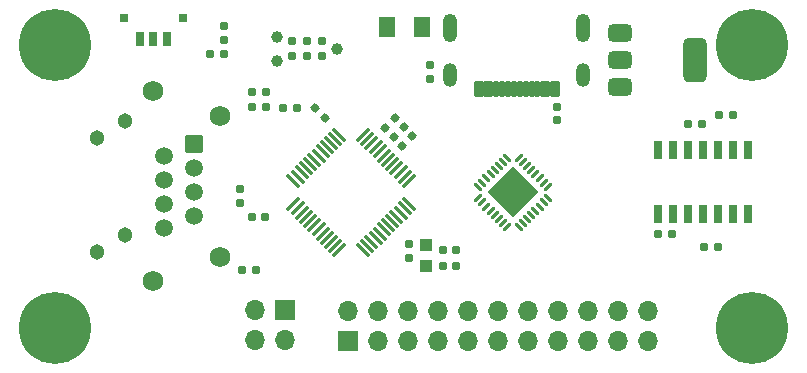
<source format=gbr>
%TF.GenerationSoftware,KiCad,Pcbnew,8.0.2-8.0.2-0~ubuntu22.04.1*%
%TF.CreationDate,2024-07-23T14:23:55-05:00*%
%TF.ProjectId,atslim-328,6174736c-696d-42d3-9332-382e6b696361,rev?*%
%TF.SameCoordinates,Original*%
%TF.FileFunction,Soldermask,Top*%
%TF.FilePolarity,Negative*%
%FSLAX46Y46*%
G04 Gerber Fmt 4.6, Leading zero omitted, Abs format (unit mm)*
G04 Created by KiCad (PCBNEW 8.0.2-8.0.2-0~ubuntu22.04.1) date 2024-07-23 14:23:55*
%MOMM*%
%LPD*%
G01*
G04 APERTURE LIST*
G04 Aperture macros list*
%AMRoundRect*
0 Rectangle with rounded corners*
0 $1 Rounding radius*
0 $2 $3 $4 $5 $6 $7 $8 $9 X,Y pos of 4 corners*
0 Add a 4 corners polygon primitive as box body*
4,1,4,$2,$3,$4,$5,$6,$7,$8,$9,$2,$3,0*
0 Add four circle primitives for the rounded corners*
1,1,$1+$1,$2,$3*
1,1,$1+$1,$4,$5*
1,1,$1+$1,$6,$7*
1,1,$1+$1,$8,$9*
0 Add four rect primitives between the rounded corners*
20,1,$1+$1,$2,$3,$4,$5,0*
20,1,$1+$1,$4,$5,$6,$7,0*
20,1,$1+$1,$6,$7,$8,$9,0*
20,1,$1+$1,$8,$9,$2,$3,0*%
%AMRotRect*
0 Rectangle, with rotation*
0 The origin of the aperture is its center*
0 $1 length*
0 $2 width*
0 $3 Rotation angle, in degrees counterclockwise*
0 Add horizontal line*
21,1,$1,$2,0,0,$3*%
G04 Aperture macros list end*
%ADD10R,1.700000X1.700000*%
%ADD11O,1.700000X1.700000*%
%ADD12RoundRect,0.375000X-0.625000X-0.375000X0.625000X-0.375000X0.625000X0.375000X-0.625000X0.375000X0*%
%ADD13RoundRect,0.500000X-0.500000X-1.400000X0.500000X-1.400000X0.500000X1.400000X-0.500000X1.400000X0*%
%ADD14RoundRect,0.155000X-0.212500X-0.155000X0.212500X-0.155000X0.212500X0.155000X-0.212500X0.155000X0*%
%ADD15R,0.650000X1.525000*%
%ADD16C,6.100000*%
%ADD17RoundRect,0.160000X-0.026517X-0.252791X0.252791X0.026517X0.026517X0.252791X-0.252791X-0.026517X0*%
%ADD18RoundRect,0.250001X0.462499X0.624999X-0.462499X0.624999X-0.462499X-0.624999X0.462499X-0.624999X0*%
%ADD19R,0.800000X1.250000*%
%ADD20R,0.650000X0.700000*%
%ADD21RoundRect,0.160000X-0.160000X0.197500X-0.160000X-0.197500X0.160000X-0.197500X0.160000X0.197500X0*%
%ADD22RoundRect,0.160000X-0.197500X-0.160000X0.197500X-0.160000X0.197500X0.160000X-0.197500X0.160000X0*%
%ADD23RoundRect,0.102000X-0.650000X0.650000X-0.650000X-0.650000X0.650000X-0.650000X0.650000X0.650000X0*%
%ADD24C,1.504000*%
%ADD25C,1.304000*%
%ADD26C,1.754000*%
%ADD27RoundRect,0.155000X0.212500X0.155000X-0.212500X0.155000X-0.212500X-0.155000X0.212500X-0.155000X0*%
%ADD28RoundRect,0.075000X-0.521491X0.415425X0.415425X-0.521491X0.521491X-0.415425X-0.415425X0.521491X0*%
%ADD29RoundRect,0.075000X-0.521491X-0.415425X-0.415425X-0.521491X0.521491X0.415425X0.415425X0.521491X0*%
%ADD30C,0.990600*%
%ADD31C,0.787400*%
%ADD32RoundRect,0.155000X0.155000X-0.212500X0.155000X0.212500X-0.155000X0.212500X-0.155000X-0.212500X0*%
%ADD33RoundRect,0.160000X0.197500X0.160000X-0.197500X0.160000X-0.197500X-0.160000X0.197500X-0.160000X0*%
%ADD34R,1.100000X1.050000*%
%ADD35RoundRect,0.160000X-0.252791X0.026517X0.026517X-0.252791X0.252791X-0.026517X-0.026517X0.252791X0*%
%ADD36RoundRect,0.062500X-0.220971X-0.309359X0.309359X0.220971X0.220971X0.309359X-0.309359X-0.220971X0*%
%ADD37RoundRect,0.062500X0.220971X-0.309359X0.309359X-0.220971X-0.220971X0.309359X-0.309359X0.220971X0*%
%ADD38RotRect,3.100000X3.100000X45.000000*%
%ADD39RoundRect,0.102000X0.300000X0.550000X-0.300000X0.550000X-0.300000X-0.550000X0.300000X-0.550000X0*%
%ADD40RoundRect,0.102000X0.150000X0.550000X-0.150000X0.550000X-0.150000X-0.550000X0.150000X-0.550000X0*%
%ADD41O,1.204000X2.404000*%
%ADD42O,1.204000X2.004000*%
G04 APERTURE END LIST*
D10*
%TO.C,J7*%
X94770000Y-97475000D03*
D11*
X94770000Y-100015000D03*
X92230000Y-97475000D03*
X92230000Y-100015000D03*
%TD*%
D12*
%TO.C,U2*%
X123180000Y-73967500D03*
X123180000Y-76267500D03*
D13*
X129480000Y-76267500D03*
D12*
X123180000Y-78567500D03*
%TD*%
D14*
%TO.C,C7*%
X91972500Y-89540000D03*
X93107500Y-89540000D03*
%TD*%
D15*
%TO.C,IC1*%
X126340000Y-89337000D03*
X127610000Y-89337000D03*
X128880000Y-89337000D03*
X130150000Y-89337000D03*
X131420000Y-89337000D03*
X132690000Y-89337000D03*
X133960000Y-89337000D03*
X133960000Y-83913000D03*
X132690000Y-83913000D03*
X131420000Y-83913000D03*
X130150000Y-83913000D03*
X128880000Y-83913000D03*
X127610000Y-83913000D03*
X126340000Y-83913000D03*
%TD*%
D16*
%TO.C,H2*%
X75330000Y-98970000D03*
%TD*%
D17*
%TO.C,R11*%
X104727504Y-83592496D03*
X105572496Y-82747504D03*
%TD*%
%TO.C,R9*%
X103217504Y-82042496D03*
X104062496Y-81197504D03*
%TD*%
D18*
%TO.C,D1*%
X106382500Y-73490000D03*
X103407500Y-73490000D03*
%TD*%
D19*
%TO.C,J2*%
X83640000Y-74465000D03*
X84790000Y-74465000D03*
X82490000Y-74465000D03*
D20*
X86115000Y-72740000D03*
X81165000Y-72740000D03*
%TD*%
D21*
%TO.C,R12*%
X105245000Y-91872500D03*
X105245000Y-93067500D03*
%TD*%
D17*
%TO.C,R10*%
X103982504Y-82827496D03*
X104827496Y-81982504D03*
%TD*%
D22*
%TO.C,R3*%
X126367500Y-91025000D03*
X127562500Y-91025000D03*
%TD*%
D14*
%TO.C,C6*%
X108152500Y-92395000D03*
X109287500Y-92395000D03*
%TD*%
D23*
%TO.C,J5*%
X87035000Y-83419000D03*
D24*
X84495000Y-84435000D03*
X87035000Y-85451000D03*
X84495000Y-86467000D03*
X87035000Y-87483000D03*
X84495000Y-88499000D03*
X87035000Y-89515000D03*
X84495000Y-90531000D03*
D25*
X81195000Y-91115000D03*
X78895000Y-92555000D03*
X81195000Y-81395000D03*
X78895000Y-82835000D03*
D26*
X89245000Y-80975000D03*
X89245000Y-92975000D03*
X83645000Y-95020000D03*
X83645000Y-78930000D03*
%TD*%
D27*
%TO.C,C1*%
X89582500Y-75732500D03*
X88447500Y-75732500D03*
%TD*%
D16*
%TO.C,H3*%
X134330000Y-74970000D03*
%TD*%
D28*
%TO.C,U3*%
X99386212Y-82602124D03*
X99032658Y-82955678D03*
X98679105Y-83309231D03*
X98325551Y-83662785D03*
X97971998Y-84016338D03*
X97618445Y-84369891D03*
X97264891Y-84723445D03*
X96911338Y-85076998D03*
X96557785Y-85430551D03*
X96204231Y-85784105D03*
X95850678Y-86137658D03*
X95497124Y-86491212D03*
D29*
X95497124Y-88488788D03*
X95850678Y-88842342D03*
X96204231Y-89195895D03*
X96557785Y-89549449D03*
X96911338Y-89903002D03*
X97264891Y-90256555D03*
X97618445Y-90610109D03*
X97971998Y-90963662D03*
X98325551Y-91317215D03*
X98679105Y-91670769D03*
X99032658Y-92024322D03*
X99386212Y-92377876D03*
D28*
X101383788Y-92377876D03*
X101737342Y-92024322D03*
X102090895Y-91670769D03*
X102444449Y-91317215D03*
X102798002Y-90963662D03*
X103151555Y-90610109D03*
X103505109Y-90256555D03*
X103858662Y-89903002D03*
X104212215Y-89549449D03*
X104565769Y-89195895D03*
X104919322Y-88842342D03*
X105272876Y-88488788D03*
D29*
X105272876Y-86491212D03*
X104919322Y-86137658D03*
X104565769Y-85784105D03*
X104212215Y-85430551D03*
X103858662Y-85076998D03*
X103505109Y-84723445D03*
X103151555Y-84369891D03*
X102798002Y-84016338D03*
X102444449Y-83662785D03*
X102090895Y-83309231D03*
X101737342Y-82955678D03*
X101383788Y-82602124D03*
%TD*%
D30*
%TO.C,J1*%
X99210000Y-75330000D03*
X94130000Y-76346000D03*
X94130000Y-74314000D03*
D31*
X97940000Y-74695000D03*
X97940000Y-75965000D03*
X96670000Y-74695000D03*
X96670000Y-75965000D03*
X95400000Y-74695000D03*
X95400000Y-75965000D03*
%TD*%
D22*
%TO.C,R4*%
X130222500Y-92065000D03*
X131417500Y-92065000D03*
%TD*%
D32*
%TO.C,C4*%
X117850000Y-81367500D03*
X117850000Y-80232500D03*
%TD*%
D33*
%TO.C,R19*%
X95827500Y-80300000D03*
X94632500Y-80300000D03*
%TD*%
D34*
%TO.C,X1*%
X106685000Y-91895000D03*
X106685000Y-93745000D03*
%TD*%
D33*
%TO.C,R6*%
X132707500Y-80925000D03*
X131512500Y-80925000D03*
%TD*%
D21*
%TO.C,R1*%
X89580000Y-73405000D03*
X89580000Y-74600000D03*
%TD*%
D35*
%TO.C,R16*%
X97322504Y-80322504D03*
X98167496Y-81167496D03*
%TD*%
D16*
%TO.C,H4*%
X134330000Y-98970000D03*
%TD*%
D36*
%TO.C,U1*%
X111124105Y-87976136D03*
X111477659Y-88329689D03*
X111831212Y-88683243D03*
X112184766Y-89036796D03*
X112538319Y-89390349D03*
X112891872Y-89743903D03*
X113245426Y-90097456D03*
X113598979Y-90451010D03*
D37*
X114571251Y-90451010D03*
X114924804Y-90097456D03*
X115278358Y-89743903D03*
X115631911Y-89390349D03*
X115985464Y-89036796D03*
X116339018Y-88683243D03*
X116692571Y-88329689D03*
X117046125Y-87976136D03*
D36*
X117046125Y-87003864D03*
X116692571Y-86650311D03*
X116339018Y-86296757D03*
X115985464Y-85943204D03*
X115631911Y-85589651D03*
X115278358Y-85236097D03*
X114924804Y-84882544D03*
X114571251Y-84528990D03*
D37*
X113598979Y-84528990D03*
X113245426Y-84882544D03*
X112891872Y-85236097D03*
X112538319Y-85589651D03*
X112184766Y-85943204D03*
X111831212Y-86296757D03*
X111477659Y-86650311D03*
X111124105Y-87003864D03*
D38*
X114085115Y-87490000D03*
%TD*%
D16*
%TO.C,H1*%
X75330000Y-74970000D03*
%TD*%
D22*
%TO.C,R5*%
X128882500Y-81660000D03*
X130077500Y-81660000D03*
%TD*%
D21*
%TO.C,R22*%
X107045000Y-76702500D03*
X107045000Y-77897500D03*
%TD*%
D14*
%TO.C,C5*%
X108152500Y-93745000D03*
X109287500Y-93745000D03*
%TD*%
%TO.C,C10*%
X92007500Y-80290000D03*
X93142500Y-80290000D03*
%TD*%
D10*
%TO.C,J6*%
X100125000Y-100025000D03*
D11*
X100125000Y-97485000D03*
X102665000Y-100025000D03*
X102665000Y-97485000D03*
X105205000Y-100025000D03*
X105205000Y-97485000D03*
X107745000Y-100025000D03*
X107745000Y-97485000D03*
X110285000Y-100025000D03*
X110285000Y-97485000D03*
X112825000Y-100025000D03*
X112825000Y-97485000D03*
X115365000Y-100025000D03*
X115365000Y-97485000D03*
X117905000Y-100025000D03*
X117905000Y-97485000D03*
X120445000Y-100025000D03*
X120445000Y-97485000D03*
X122985000Y-100025000D03*
X122985000Y-97485000D03*
X125525000Y-100025000D03*
X125525000Y-97485000D03*
%TD*%
D39*
%TO.C,J4*%
X117610000Y-78715000D03*
X116810000Y-78715000D03*
D40*
X115660000Y-78715000D03*
X114660000Y-78715000D03*
X114160000Y-78715000D03*
X113160000Y-78715000D03*
D39*
X111210000Y-78715000D03*
X112010000Y-78715000D03*
D40*
X112660000Y-78715000D03*
X113660000Y-78715000D03*
X115160000Y-78715000D03*
X116160000Y-78715000D03*
D41*
X120030000Y-73565000D03*
D42*
X108790000Y-77565000D03*
X120030000Y-77565000D03*
D41*
X108790000Y-73565000D03*
%TD*%
D22*
%TO.C,R20*%
X91125000Y-94060000D03*
X92320000Y-94060000D03*
%TD*%
D21*
%TO.C,R14*%
X90930000Y-87157500D03*
X90930000Y-88352500D03*
%TD*%
D22*
%TO.C,R21*%
X91977500Y-78950000D03*
X93172500Y-78950000D03*
%TD*%
M02*

</source>
